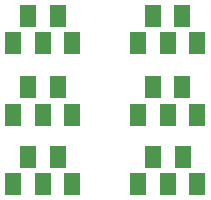
<source format=gbr>
G04 #@! TF.FileFunction,Soldermask,Bot*
%FSLAX46Y46*%
G04 Gerber Fmt 4.6, Leading zero omitted, Abs format (unit mm)*
G04 Created by KiCad (PCBNEW 4.0.7-e2-6376~58~ubuntu16.04.1) date Tue Jul 31 21:03:08 2018*
%MOMM*%
%LPD*%
G01*
G04 APERTURE LIST*
%ADD10C,0.100000*%
%ADD11R,1.400000X1.900000*%
G04 APERTURE END LIST*
D10*
D11*
X149800000Y-103050000D03*
X147300000Y-103050000D03*
X151060000Y-105350000D03*
X148560000Y-105350000D03*
X146060000Y-105350000D03*
X149790000Y-97160000D03*
X147290000Y-97160000D03*
X151060000Y-99490000D03*
X148560000Y-99490000D03*
X146060000Y-99490000D03*
X149790000Y-91110000D03*
X147290000Y-91110000D03*
X151060000Y-93400000D03*
X148560000Y-93400000D03*
X146060000Y-93400000D03*
X139240000Y-103050000D03*
X136740000Y-103050000D03*
X140470000Y-105340000D03*
X137970000Y-105340000D03*
X135470000Y-105340000D03*
X139240000Y-97170000D03*
X136740000Y-97170000D03*
X140470000Y-99480000D03*
X137970000Y-99480000D03*
X135470000Y-99480000D03*
X139240000Y-91110000D03*
X136740000Y-91110000D03*
X140470000Y-93400000D03*
X137970000Y-93400000D03*
X135470000Y-93400000D03*
M02*

</source>
